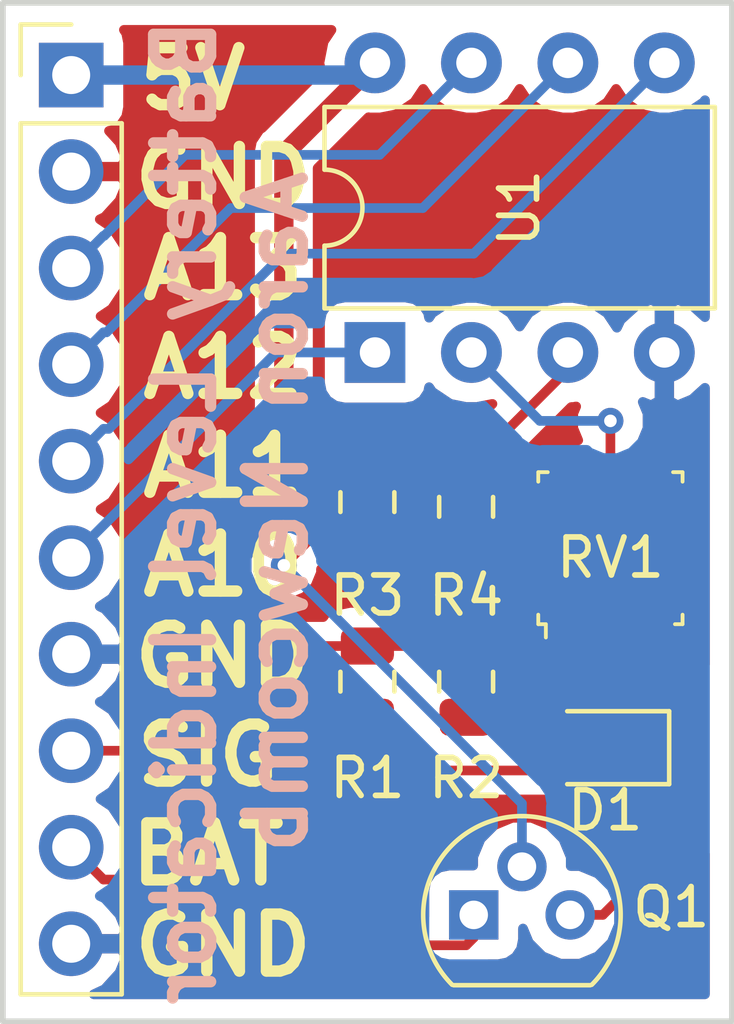
<source format=kicad_pcb>
(kicad_pcb (version 20171130) (host pcbnew "(5.0.2)-1")

  (general
    (thickness 1.6)
    (drawings 15)
    (tracks 54)
    (zones 0)
    (modules 9)
    (nets 14)
  )

  (page A4)
  (layers
    (0 F.Cu signal)
    (31 B.Cu signal)
    (32 B.Adhes user)
    (33 F.Adhes user)
    (34 B.Paste user)
    (35 F.Paste user)
    (36 B.SilkS user)
    (37 F.SilkS user)
    (38 B.Mask user)
    (39 F.Mask user)
    (40 Dwgs.User user)
    (41 Cmts.User user)
    (42 Eco1.User user)
    (43 Eco2.User user)
    (44 Edge.Cuts user)
    (45 Margin user)
    (46 B.CrtYd user)
    (47 F.CrtYd user)
    (48 B.Fab user)
    (49 F.Fab user)
  )

  (setup
    (last_trace_width 0.254)
    (trace_clearance 0.1524)
    (zone_clearance 0.508)
    (zone_45_only no)
    (trace_min 0.2)
    (segment_width 0.2)
    (edge_width 0.15)
    (via_size 0.6858)
    (via_drill 0.3302)
    (via_min_size 0.4)
    (via_min_drill 0.3)
    (uvia_size 0.3)
    (uvia_drill 0.1)
    (uvias_allowed no)
    (uvia_min_size 0.2)
    (uvia_min_drill 0.1)
    (pcb_text_width 0.3)
    (pcb_text_size 1.5 1.5)
    (mod_edge_width 0.15)
    (mod_text_size 1 1)
    (mod_text_width 0.15)
    (pad_size 1.524 1.524)
    (pad_drill 0.762)
    (pad_to_mask_clearance 0.051)
    (solder_mask_min_width 0.25)
    (aux_axis_origin 0 0)
    (visible_elements 7FFDFFFF)
    (pcbplotparams
      (layerselection 0x010fc_ffffffff)
      (usegerberextensions false)
      (usegerberattributes false)
      (usegerberadvancedattributes false)
      (creategerberjobfile false)
      (excludeedgelayer true)
      (linewidth 0.100000)
      (plotframeref false)
      (viasonmask false)
      (mode 1)
      (useauxorigin false)
      (hpglpennumber 1)
      (hpglpenspeed 20)
      (hpglpendiameter 15.000000)
      (psnegative false)
      (psa4output false)
      (plotreference true)
      (plotvalue false)
      (plotinvisibletext false)
      (padsonsilk false)
      (subtractmaskfromsilk false)
      (outputformat 1)
      (mirror false)
      (drillshape 0)
      (scaleselection 1)
      (outputdirectory "GERBERS2/"))
  )

  (net 0 "")
  (net 1 +5V)
  (net 2 GND)
  (net 3 /Ar10)
  (net 4 /Ar11)
  (net 5 /Ar12)
  (net 6 /Ar13)
  (net 7 /Batt+)
  (net 8 /Signal)
  (net 9 "Net-(Q1-Pad2)")
  (net 10 "Net-(Q1-Pad3)")
  (net 11 "Net-(R4-Pad1)")
  (net 12 "Net-(D1-Pad2)")
  (net 13 "Net-(RV1-Pad2)")

  (net_class Default "This is the default net class."
    (clearance 0.1524)
    (trace_width 0.254)
    (via_dia 0.6858)
    (via_drill 0.3302)
    (uvia_dia 0.3)
    (uvia_drill 0.1)
    (add_net /Ar10)
    (add_net /Ar11)
    (add_net /Ar12)
    (add_net /Ar13)
    (add_net /Batt+)
    (add_net /Signal)
    (add_net "Net-(D1-Pad2)")
    (add_net "Net-(Q1-Pad2)")
    (add_net "Net-(Q1-Pad3)")
    (add_net "Net-(R4-Pad1)")
    (add_net "Net-(RV1-Pad2)")
  )

  (net_class POWER ""
    (clearance 0.1524)
    (trace_width 0.508)
    (via_dia 1.3716)
    (via_drill 0.6604)
    (uvia_dia 0.3)
    (uvia_drill 0.1)
    (add_net +5V)
    (add_net GND)
  )

  (module Connector_PinHeader_2.54mm:PinHeader_1x10_P2.54mm_Vertical (layer F.Cu) (tedit 5D195FA9) (tstamp 5D260E1C)
    (at 142 94.5)
    (descr "Through hole straight pin header, 1x10, 2.54mm pitch, single row")
    (tags "Through hole pin header THT 1x10 2.54mm single row")
    (path /5D19AC5A)
    (fp_text reference J1 (at 2.2 11.5) (layer F.SilkS) hide
      (effects (font (size 1 1) (thickness 0.15)))
    )
    (fp_text value Conn_01x10 (at 0 25.19) (layer F.Fab)
      (effects (font (size 1 1) (thickness 0.15)))
    )
    (fp_line (start -0.635 -1.27) (end 1.27 -1.27) (layer F.Fab) (width 0.1))
    (fp_line (start 1.27 -1.27) (end 1.27 24.13) (layer F.Fab) (width 0.1))
    (fp_line (start 1.27 24.13) (end -1.27 24.13) (layer F.Fab) (width 0.1))
    (fp_line (start -1.27 24.13) (end -1.27 -0.635) (layer F.Fab) (width 0.1))
    (fp_line (start -1.27 -0.635) (end -0.635 -1.27) (layer F.Fab) (width 0.1))
    (fp_line (start -1.33 24.19) (end 1.33 24.19) (layer F.SilkS) (width 0.12))
    (fp_line (start -1.33 1.27) (end -1.33 24.19) (layer F.SilkS) (width 0.12))
    (fp_line (start 1.33 1.27) (end 1.33 24.19) (layer F.SilkS) (width 0.12))
    (fp_line (start -1.33 1.27) (end 1.33 1.27) (layer F.SilkS) (width 0.12))
    (fp_line (start -1.33 0) (end -1.33 -1.33) (layer F.SilkS) (width 0.12))
    (fp_line (start -1.33 -1.33) (end 0 -1.33) (layer F.SilkS) (width 0.12))
    (fp_line (start -1.8 -1.8) (end -1.8 24.65) (layer F.CrtYd) (width 0.05))
    (fp_line (start -1.8 24.65) (end 1.8 24.65) (layer F.CrtYd) (width 0.05))
    (fp_line (start 1.8 24.65) (end 1.8 -1.8) (layer F.CrtYd) (width 0.05))
    (fp_line (start 1.8 -1.8) (end -1.8 -1.8) (layer F.CrtYd) (width 0.05))
    (fp_text user %R (at 0 11.43 90) (layer F.Fab)
      (effects (font (size 1 1) (thickness 0.15)))
    )
    (pad 1 thru_hole rect (at 0 0) (size 1.7 1.7) (drill 1) (layers *.Cu *.Mask)
      (net 1 +5V))
    (pad 2 thru_hole oval (at 0 2.54) (size 1.7 1.7) (drill 1) (layers *.Cu *.Mask)
      (net 2 GND))
    (pad 3 thru_hole oval (at 0 5.08) (size 1.7 1.7) (drill 1) (layers *.Cu *.Mask)
      (net 6 /Ar13))
    (pad 4 thru_hole oval (at 0 7.62) (size 1.7 1.7) (drill 1) (layers *.Cu *.Mask)
      (net 5 /Ar12))
    (pad 5 thru_hole oval (at 0 10.16) (size 1.7 1.7) (drill 1) (layers *.Cu *.Mask)
      (net 4 /Ar11))
    (pad 6 thru_hole oval (at 0 12.7) (size 1.7 1.7) (drill 1) (layers *.Cu *.Mask)
      (net 3 /Ar10))
    (pad 7 thru_hole oval (at 0 15.24) (size 1.7 1.7) (drill 1) (layers *.Cu *.Mask)
      (net 2 GND))
    (pad 8 thru_hole oval (at 0 17.78) (size 1.7 1.7) (drill 1) (layers *.Cu *.Mask)
      (net 8 /Signal))
    (pad 9 thru_hole oval (at 0 20.32) (size 1.7 1.7) (drill 1) (layers *.Cu *.Mask)
      (net 7 /Batt+))
    (pad 10 thru_hole oval (at 0 22.86) (size 1.7 1.7) (drill 1) (layers *.Cu *.Mask)
      (net 2 GND))
    (model ${KISYS3DMOD}/Connector_PinHeader_2.54mm.3dshapes/PinHeader_1x10_P2.54mm_Vertical.wrl
      (at (xyz 0 0 0))
      (scale (xyz 1 1 1))
      (rotate (xyz 0 0 0))
    )
  )

  (module Package_TO_SOT_THT:TO-92 (layer F.Cu) (tedit 5A279852) (tstamp 5D261C30)
    (at 152.6 116.6)
    (descr "TO-92 leads molded, narrow, drill 0.75mm (see NXP sot054_po.pdf)")
    (tags "to-92 sc-43 sc-43a sot54 PA33 transistor")
    (path /5C5D72C0)
    (fp_text reference Q1 (at 5.2 -0.2) (layer F.SilkS)
      (effects (font (size 1 1) (thickness 0.15)))
    )
    (fp_text value MMBT2222A (at 1.27 2.79) (layer F.Fab)
      (effects (font (size 1 1) (thickness 0.15)))
    )
    (fp_text user %R (at 5.2 -0.2) (layer F.Fab)
      (effects (font (size 1 1) (thickness 0.15)))
    )
    (fp_line (start -0.53 1.85) (end 3.07 1.85) (layer F.SilkS) (width 0.12))
    (fp_line (start -0.5 1.75) (end 3 1.75) (layer F.Fab) (width 0.1))
    (fp_line (start -1.46 -2.73) (end 4 -2.73) (layer F.CrtYd) (width 0.05))
    (fp_line (start -1.46 -2.73) (end -1.46 2.01) (layer F.CrtYd) (width 0.05))
    (fp_line (start 4 2.01) (end 4 -2.73) (layer F.CrtYd) (width 0.05))
    (fp_line (start 4 2.01) (end -1.46 2.01) (layer F.CrtYd) (width 0.05))
    (fp_arc (start 1.27 0) (end 1.27 -2.48) (angle 135) (layer F.Fab) (width 0.1))
    (fp_arc (start 1.27 0) (end 1.27 -2.6) (angle -135) (layer F.SilkS) (width 0.12))
    (fp_arc (start 1.27 0) (end 1.27 -2.48) (angle -135) (layer F.Fab) (width 0.1))
    (fp_arc (start 1.27 0) (end 1.27 -2.6) (angle 135) (layer F.SilkS) (width 0.12))
    (pad 2 thru_hole circle (at 1.27 -1.27 90) (size 1.3 1.3) (drill 0.75) (layers *.Cu *.Mask)
      (net 9 "Net-(Q1-Pad2)"))
    (pad 3 thru_hole circle (at 2.54 0 90) (size 1.3 1.3) (drill 0.75) (layers *.Cu *.Mask)
      (net 10 "Net-(Q1-Pad3)"))
    (pad 1 thru_hole rect (at 0 0 90) (size 1.3 1.3) (drill 0.75) (layers *.Cu *.Mask)
      (net 7 /Batt+))
    (model ${KISYS3DMOD}/Package_TO_SOT_THT.3dshapes/TO-92.wrl
      (at (xyz 0 0 0))
      (scale (xyz 1 1 1))
      (rotate (xyz 0 0 0))
    )
  )

  (module Package_DIP:DIP-8_W7.62mm (layer F.Cu) (tedit 5A02E8C5) (tstamp 5D260D54)
    (at 150 101.8 90)
    (descr "8-lead though-hole mounted DIP package, row spacing 7.62 mm (300 mils)")
    (tags "THT DIP DIL PDIP 2.54mm 7.62mm 300mil")
    (path /5C5D7788)
    (fp_text reference U1 (at 3.8 3.8 90) (layer F.SilkS)
      (effects (font (size 1 1) (thickness 0.15)))
    )
    (fp_text value ATtiny13A-PU (at 3.81 9.95 90) (layer F.Fab)
      (effects (font (size 1 1) (thickness 0.15)))
    )
    (fp_arc (start 3.81 -1.33) (end 2.81 -1.33) (angle -180) (layer F.SilkS) (width 0.12))
    (fp_line (start 1.635 -1.27) (end 6.985 -1.27) (layer F.Fab) (width 0.1))
    (fp_line (start 6.985 -1.27) (end 6.985 8.89) (layer F.Fab) (width 0.1))
    (fp_line (start 6.985 8.89) (end 0.635 8.89) (layer F.Fab) (width 0.1))
    (fp_line (start 0.635 8.89) (end 0.635 -0.27) (layer F.Fab) (width 0.1))
    (fp_line (start 0.635 -0.27) (end 1.635 -1.27) (layer F.Fab) (width 0.1))
    (fp_line (start 2.81 -1.33) (end 1.16 -1.33) (layer F.SilkS) (width 0.12))
    (fp_line (start 1.16 -1.33) (end 1.16 8.95) (layer F.SilkS) (width 0.12))
    (fp_line (start 1.16 8.95) (end 6.46 8.95) (layer F.SilkS) (width 0.12))
    (fp_line (start 6.46 8.95) (end 6.46 -1.33) (layer F.SilkS) (width 0.12))
    (fp_line (start 6.46 -1.33) (end 4.81 -1.33) (layer F.SilkS) (width 0.12))
    (fp_line (start -1.1 -1.55) (end -1.1 9.15) (layer F.CrtYd) (width 0.05))
    (fp_line (start -1.1 9.15) (end 8.7 9.15) (layer F.CrtYd) (width 0.05))
    (fp_line (start 8.7 9.15) (end 8.7 -1.55) (layer F.CrtYd) (width 0.05))
    (fp_line (start 8.7 -1.55) (end -1.1 -1.55) (layer F.CrtYd) (width 0.05))
    (fp_text user %R (at 3.81 3.81 90) (layer F.Fab)
      (effects (font (size 1 1) (thickness 0.15)))
    )
    (pad 1 thru_hole rect (at 0 0 90) (size 1.6 1.6) (drill 0.8) (layers *.Cu *.Mask)
      (net 3 /Ar10))
    (pad 5 thru_hole oval (at 7.62 7.62 90) (size 1.6 1.6) (drill 0.8) (layers *.Cu *.Mask)
      (net 4 /Ar11))
    (pad 2 thru_hole oval (at 0 2.54 90) (size 1.6 1.6) (drill 0.8) (layers *.Cu *.Mask)
      (net 13 "Net-(RV1-Pad2)"))
    (pad 6 thru_hole oval (at 7.62 5.08 90) (size 1.6 1.6) (drill 0.8) (layers *.Cu *.Mask)
      (net 5 /Ar12))
    (pad 3 thru_hole oval (at 0 5.08 90) (size 1.6 1.6) (drill 0.8) (layers *.Cu *.Mask)
      (net 11 "Net-(R4-Pad1)"))
    (pad 7 thru_hole oval (at 7.62 2.54 90) (size 1.6 1.6) (drill 0.8) (layers *.Cu *.Mask)
      (net 6 /Ar13))
    (pad 4 thru_hole oval (at 0 7.62 90) (size 1.6 1.6) (drill 0.8) (layers *.Cu *.Mask)
      (net 2 GND))
    (pad 8 thru_hole oval (at 7.62 0 90) (size 1.6 1.6) (drill 0.8) (layers *.Cu *.Mask)
      (net 1 +5V))
    (model ${KISYS3DMOD}/Package_DIP.3dshapes/DIP-8_W7.62mm.wrl
      (at (xyz 0 0 0))
      (scale (xyz 1 1 1))
      (rotate (xyz 0 0 0))
    )
  )

  (module Resistor_SMD:R_0805_2012Metric (layer F.Cu) (tedit 5B36C52B) (tstamp 5D5EC95A)
    (at 149.8 110.4625 270)
    (descr "Resistor SMD 0805 (2012 Metric), square (rectangular) end terminal, IPC_7351 nominal, (Body size source: https://docs.google.com/spreadsheets/d/1BsfQQcO9C6DZCsRaXUlFlo91Tg2WpOkGARC1WS5S8t0/edit?usp=sharing), generated with kicad-footprint-generator")
    (tags resistor)
    (path /5D520823)
    (attr smd)
    (fp_text reference R1 (at 2.5375 0) (layer F.SilkS)
      (effects (font (size 1 1) (thickness 0.15)))
    )
    (fp_text value 200 (at 0 1.65 270) (layer F.Fab)
      (effects (font (size 1 1) (thickness 0.15)))
    )
    (fp_line (start -1 0.6) (end -1 -0.6) (layer F.Fab) (width 0.1))
    (fp_line (start -1 -0.6) (end 1 -0.6) (layer F.Fab) (width 0.1))
    (fp_line (start 1 -0.6) (end 1 0.6) (layer F.Fab) (width 0.1))
    (fp_line (start 1 0.6) (end -1 0.6) (layer F.Fab) (width 0.1))
    (fp_line (start -0.258578 -0.71) (end 0.258578 -0.71) (layer F.SilkS) (width 0.12))
    (fp_line (start -0.258578 0.71) (end 0.258578 0.71) (layer F.SilkS) (width 0.12))
    (fp_line (start -1.68 0.95) (end -1.68 -0.95) (layer F.CrtYd) (width 0.05))
    (fp_line (start -1.68 -0.95) (end 1.68 -0.95) (layer F.CrtYd) (width 0.05))
    (fp_line (start 1.68 -0.95) (end 1.68 0.95) (layer F.CrtYd) (width 0.05))
    (fp_line (start 1.68 0.95) (end -1.68 0.95) (layer F.CrtYd) (width 0.05))
    (fp_text user %R (at 0 0 270) (layer F.Fab)
      (effects (font (size 0.5 0.5) (thickness 0.08)))
    )
    (pad 1 smd roundrect (at -0.9375 0 270) (size 0.975 1.4) (layers F.Cu F.Paste F.Mask) (roundrect_rratio 0.25)
      (net 8 /Signal))
    (pad 2 smd roundrect (at 0.9375 0 270) (size 0.975 1.4) (layers F.Cu F.Paste F.Mask) (roundrect_rratio 0.25)
      (net 12 "Net-(D1-Pad2)"))
    (model ${KISYS3DMOD}/Resistor_SMD.3dshapes/R_0805_2012Metric.wrl
      (at (xyz 0 0 0))
      (scale (xyz 1 1 1))
      (rotate (xyz 0 0 0))
    )
  )

  (module Resistor_SMD:R_0805_2012Metric (layer F.Cu) (tedit 5B36C52B) (tstamp 5D5EC96B)
    (at 152.4 110.4625 270)
    (descr "Resistor SMD 0805 (2012 Metric), square (rectangular) end terminal, IPC_7351 nominal, (Body size source: https://docs.google.com/spreadsheets/d/1BsfQQcO9C6DZCsRaXUlFlo91Tg2WpOkGARC1WS5S8t0/edit?usp=sharing), generated with kicad-footprint-generator")
    (tags resistor)
    (path /5C5D96B2)
    (attr smd)
    (fp_text reference R2 (at 2.5375 0) (layer F.SilkS)
      (effects (font (size 1 1) (thickness 0.15)))
    )
    (fp_text value 3.9K (at 0 1.65 270) (layer F.Fab)
      (effects (font (size 1 1) (thickness 0.15)))
    )
    (fp_text user %R (at 0 0 270) (layer F.Fab)
      (effects (font (size 0.5 0.5) (thickness 0.08)))
    )
    (fp_line (start 1.68 0.95) (end -1.68 0.95) (layer F.CrtYd) (width 0.05))
    (fp_line (start 1.68 -0.95) (end 1.68 0.95) (layer F.CrtYd) (width 0.05))
    (fp_line (start -1.68 -0.95) (end 1.68 -0.95) (layer F.CrtYd) (width 0.05))
    (fp_line (start -1.68 0.95) (end -1.68 -0.95) (layer F.CrtYd) (width 0.05))
    (fp_line (start -0.258578 0.71) (end 0.258578 0.71) (layer F.SilkS) (width 0.12))
    (fp_line (start -0.258578 -0.71) (end 0.258578 -0.71) (layer F.SilkS) (width 0.12))
    (fp_line (start 1 0.6) (end -1 0.6) (layer F.Fab) (width 0.1))
    (fp_line (start 1 -0.6) (end 1 0.6) (layer F.Fab) (width 0.1))
    (fp_line (start -1 -0.6) (end 1 -0.6) (layer F.Fab) (width 0.1))
    (fp_line (start -1 0.6) (end -1 -0.6) (layer F.Fab) (width 0.1))
    (pad 2 smd roundrect (at 0.9375 0 270) (size 0.975 1.4) (layers F.Cu F.Paste F.Mask) (roundrect_rratio 0.25)
      (net 2 GND))
    (pad 1 smd roundrect (at -0.9375 0 270) (size 0.975 1.4) (layers F.Cu F.Paste F.Mask) (roundrect_rratio 0.25)
      (net 8 /Signal))
    (model ${KISYS3DMOD}/Resistor_SMD.3dshapes/R_0805_2012Metric.wrl
      (at (xyz 0 0 0))
      (scale (xyz 1 1 1))
      (rotate (xyz 0 0 0))
    )
  )

  (module Resistor_SMD:R_0805_2012Metric (layer F.Cu) (tedit 5B36C52B) (tstamp 5D5ECDDB)
    (at 149.8 105.7375 90)
    (descr "Resistor SMD 0805 (2012 Metric), square (rectangular) end terminal, IPC_7351 nominal, (Body size source: https://docs.google.com/spreadsheets/d/1BsfQQcO9C6DZCsRaXUlFlo91Tg2WpOkGARC1WS5S8t0/edit?usp=sharing), generated with kicad-footprint-generator")
    (tags resistor)
    (path /5C5D823F)
    (attr smd)
    (fp_text reference R3 (at -2.4625 0 180) (layer F.SilkS)
      (effects (font (size 1 1) (thickness 0.15)))
    )
    (fp_text value 1K (at 0 1.65 90) (layer F.Fab)
      (effects (font (size 1 1) (thickness 0.15)))
    )
    (fp_text user %R (at 0 0 90) (layer F.Fab)
      (effects (font (size 0.5 0.5) (thickness 0.08)))
    )
    (fp_line (start 1.68 0.95) (end -1.68 0.95) (layer F.CrtYd) (width 0.05))
    (fp_line (start 1.68 -0.95) (end 1.68 0.95) (layer F.CrtYd) (width 0.05))
    (fp_line (start -1.68 -0.95) (end 1.68 -0.95) (layer F.CrtYd) (width 0.05))
    (fp_line (start -1.68 0.95) (end -1.68 -0.95) (layer F.CrtYd) (width 0.05))
    (fp_line (start -0.258578 0.71) (end 0.258578 0.71) (layer F.SilkS) (width 0.12))
    (fp_line (start -0.258578 -0.71) (end 0.258578 -0.71) (layer F.SilkS) (width 0.12))
    (fp_line (start 1 0.6) (end -1 0.6) (layer F.Fab) (width 0.1))
    (fp_line (start 1 -0.6) (end 1 0.6) (layer F.Fab) (width 0.1))
    (fp_line (start -1 -0.6) (end 1 -0.6) (layer F.Fab) (width 0.1))
    (fp_line (start -1 0.6) (end -1 -0.6) (layer F.Fab) (width 0.1))
    (pad 2 smd roundrect (at 0.9375 0 90) (size 0.975 1.4) (layers F.Cu F.Paste F.Mask) (roundrect_rratio 0.25)
      (net 1 +5V))
    (pad 1 smd roundrect (at -0.9375 0 90) (size 0.975 1.4) (layers F.Cu F.Paste F.Mask) (roundrect_rratio 0.25)
      (net 9 "Net-(Q1-Pad2)"))
    (model ${KISYS3DMOD}/Resistor_SMD.3dshapes/R_0805_2012Metric.wrl
      (at (xyz 0 0 0))
      (scale (xyz 1 1 1))
      (rotate (xyz 0 0 0))
    )
  )

  (module digikey-footprints:Trimpot_3.8mmx3.6mm_TC33X-2-103E (layer F.Cu) (tedit 59A9804A) (tstamp 5D5EC9A6)
    (at 156.2 106.95)
    (descr http://www.bourns.com/docs/Product-Datasheets/TC33.pdf)
    (path /5D5221AC)
    (fp_text reference RV1 (at 0 0.25) (layer F.SilkS)
      (effects (font (size 1 1) (thickness 0.15)))
    )
    (fp_text value R_POT (at 0 3.65) (layer F.Fab)
      (effects (font (size 1 1) (thickness 0.15)))
    )
    (fp_line (start -1.8 1.9) (end 1.8 1.9) (layer F.Fab) (width 0.1))
    (fp_line (start -1.8 -1.9) (end 1.8 -1.9) (layer F.Fab) (width 0.1))
    (fp_line (start -1.8 -1.9) (end -1.8 1.9) (layer F.Fab) (width 0.1))
    (fp_line (start 1.8 1.9) (end 1.8 -1.9) (layer F.Fab) (width 0.1))
    (fp_line (start -1.7 2) (end -1.7 2.35) (layer F.SilkS) (width 0.1))
    (fp_line (start -1.9 2) (end -1.7 2) (layer F.SilkS) (width 0.1))
    (fp_line (start -1.9 1.75) (end -1.9 2) (layer F.SilkS) (width 0.1))
    (fp_line (start 1.9 2) (end 1.9 1.75) (layer F.SilkS) (width 0.1))
    (fp_line (start 1.9 2) (end 1.7 2) (layer F.SilkS) (width 0.1))
    (fp_line (start 1.9 -2) (end 1.65 -2) (layer F.SilkS) (width 0.1))
    (fp_line (start 1.9 -2) (end 1.9 -1.75) (layer F.SilkS) (width 0.1))
    (fp_line (start -1.9 -2) (end -1.65 -2) (layer F.SilkS) (width 0.1))
    (fp_line (start -1.9 -2) (end -1.9 -1.75) (layer F.SilkS) (width 0.1))
    (fp_text user %R (at 0 0) (layer F.Fab)
      (effects (font (size 0.5 0.5) (thickness 0.05)))
    )
    (fp_line (start 2.05 -2.45) (end -2.05 -2.45) (layer F.CrtYd) (width 0.05))
    (fp_line (start 2.05 2.65) (end -2.05 2.65) (layer F.CrtYd) (width 0.05))
    (fp_line (start 2.05 2.65) (end 2.05 -2.45) (layer F.CrtYd) (width 0.05))
    (fp_line (start -2.05 -2.45) (end -2.05 2.65) (layer F.CrtYd) (width 0.05))
    (pad 3 smd rect (at 1 1.8) (size 1.2 1.2) (layers F.Cu F.Paste F.Mask)
      (net 10 "Net-(Q1-Pad3)"))
    (pad 1 smd rect (at -1 1.8) (size 1.2 1.2) (layers F.Cu F.Paste F.Mask)
      (net 2 GND))
    (pad 2 smd rect (at 0 -1.45) (size 1.6 1.5) (layers F.Cu F.Paste F.Mask)
      (net 13 "Net-(RV1-Pad2)"))
  )

  (module Resistor_SMD:R_0805_2012Metric (layer F.Cu) (tedit 5B36C52B) (tstamp 5D5EC98D)
    (at 152.4 105.8625 270)
    (descr "Resistor SMD 0805 (2012 Metric), square (rectangular) end terminal, IPC_7351 nominal, (Body size source: https://docs.google.com/spreadsheets/d/1BsfQQcO9C6DZCsRaXUlFlo91Tg2WpOkGARC1WS5S8t0/edit?usp=sharing), generated with kicad-footprint-generator")
    (tags resistor)
    (path /5C5D926A)
    (attr smd)
    (fp_text reference R4 (at 2.3375 0) (layer F.SilkS)
      (effects (font (size 1 1) (thickness 0.15)))
    )
    (fp_text value 2.2K (at 0 1.65 270) (layer F.Fab)
      (effects (font (size 1 1) (thickness 0.15)))
    )
    (fp_line (start -1 0.6) (end -1 -0.6) (layer F.Fab) (width 0.1))
    (fp_line (start -1 -0.6) (end 1 -0.6) (layer F.Fab) (width 0.1))
    (fp_line (start 1 -0.6) (end 1 0.6) (layer F.Fab) (width 0.1))
    (fp_line (start 1 0.6) (end -1 0.6) (layer F.Fab) (width 0.1))
    (fp_line (start -0.258578 -0.71) (end 0.258578 -0.71) (layer F.SilkS) (width 0.12))
    (fp_line (start -0.258578 0.71) (end 0.258578 0.71) (layer F.SilkS) (width 0.12))
    (fp_line (start -1.68 0.95) (end -1.68 -0.95) (layer F.CrtYd) (width 0.05))
    (fp_line (start -1.68 -0.95) (end 1.68 -0.95) (layer F.CrtYd) (width 0.05))
    (fp_line (start 1.68 -0.95) (end 1.68 0.95) (layer F.CrtYd) (width 0.05))
    (fp_line (start 1.68 0.95) (end -1.68 0.95) (layer F.CrtYd) (width 0.05))
    (fp_text user %R (at 0 0 270) (layer F.Fab)
      (effects (font (size 0.5 0.5) (thickness 0.08)))
    )
    (pad 1 smd roundrect (at -0.9375 0 270) (size 0.975 1.4) (layers F.Cu F.Paste F.Mask) (roundrect_rratio 0.25)
      (net 11 "Net-(R4-Pad1)"))
    (pad 2 smd roundrect (at 0.9375 0 270) (size 0.975 1.4) (layers F.Cu F.Paste F.Mask) (roundrect_rratio 0.25)
      (net 8 /Signal))
    (model ${KISYS3DMOD}/Resistor_SMD.3dshapes/R_0805_2012Metric.wrl
      (at (xyz 0 0 0))
      (scale (xyz 1 1 1))
      (rotate (xyz 0 0 0))
    )
  )

  (module LED_SMD:LED_0805_2012Metric (layer F.Cu) (tedit 5B36C52C) (tstamp 5D5EC949)
    (at 156.0625 112.2 180)
    (descr "LED SMD 0805 (2012 Metric), square (rectangular) end terminal, IPC_7351 nominal, (Body size source: https://docs.google.com/spreadsheets/d/1BsfQQcO9C6DZCsRaXUlFlo91Tg2WpOkGARC1WS5S8t0/edit?usp=sharing), generated with kicad-footprint-generator")
    (tags diode)
    (path /5D52079E)
    (attr smd)
    (fp_text reference D1 (at 0 -1.65 180) (layer F.SilkS)
      (effects (font (size 1 1) (thickness 0.15)))
    )
    (fp_text value LED (at 0 1.65 180) (layer F.Fab)
      (effects (font (size 1 1) (thickness 0.15)))
    )
    (fp_text user %R (at 0 0 180) (layer F.Fab)
      (effects (font (size 0.5 0.5) (thickness 0.08)))
    )
    (fp_line (start 1.68 0.95) (end -1.68 0.95) (layer F.CrtYd) (width 0.05))
    (fp_line (start 1.68 -0.95) (end 1.68 0.95) (layer F.CrtYd) (width 0.05))
    (fp_line (start -1.68 -0.95) (end 1.68 -0.95) (layer F.CrtYd) (width 0.05))
    (fp_line (start -1.68 0.95) (end -1.68 -0.95) (layer F.CrtYd) (width 0.05))
    (fp_line (start -1.685 0.96) (end 1 0.96) (layer F.SilkS) (width 0.12))
    (fp_line (start -1.685 -0.96) (end -1.685 0.96) (layer F.SilkS) (width 0.12))
    (fp_line (start 1 -0.96) (end -1.685 -0.96) (layer F.SilkS) (width 0.12))
    (fp_line (start 1 0.6) (end 1 -0.6) (layer F.Fab) (width 0.1))
    (fp_line (start -1 0.6) (end 1 0.6) (layer F.Fab) (width 0.1))
    (fp_line (start -1 -0.3) (end -1 0.6) (layer F.Fab) (width 0.1))
    (fp_line (start -0.7 -0.6) (end -1 -0.3) (layer F.Fab) (width 0.1))
    (fp_line (start 1 -0.6) (end -0.7 -0.6) (layer F.Fab) (width 0.1))
    (pad 2 smd roundrect (at 0.9375 0 180) (size 0.975 1.4) (layers F.Cu F.Paste F.Mask) (roundrect_rratio 0.25)
      (net 12 "Net-(D1-Pad2)"))
    (pad 1 smd roundrect (at -0.9375 0 180) (size 0.975 1.4) (layers F.Cu F.Paste F.Mask) (roundrect_rratio 0.25)
      (net 2 GND))
    (model ${KISYS3DMOD}/LED_SMD.3dshapes/LED_0805_2012Metric.wrl
      (at (xyz 0 0 0))
      (scale (xyz 1 1 1))
      (rotate (xyz 0 0 0))
    )
  )

  (gr_text GND (at 146 117.4) (layer F.SilkS) (tstamp 5D261630)
    (effects (font (size 1.5 1.5) (thickness 0.3)))
  )
  (gr_text BAT (at 145.6 115) (layer F.SilkS) (tstamp 5D26166C)
    (effects (font (size 1.5 1.5) (thickness 0.3)))
  )
  (gr_text GND (at 146 109.8) (layer F.SilkS) (tstamp 5D26162D)
    (effects (font (size 1.5 1.5) (thickness 0.3)))
  )
  (gr_text A10 (at 146 107.4) (layer F.SilkS) (tstamp 5D2615C4)
    (effects (font (size 1.5 1.5) (thickness 0.3)))
  )
  (gr_text 5V (at 145.2 94.6) (layer F.SilkS)
    (effects (font (size 1.5 1.5) (thickness 0.3)))
  )
  (gr_text GND (at 146 97.2) (layer F.SilkS) (tstamp 5D2615BE)
    (effects (font (size 1.5 1.5) (thickness 0.3)))
  )
  (gr_text "Battery Level Indicator\nAaron Newcomb" (at 146.2 106 90) (layer B.SilkS)
    (effects (font (size 1.5 1.5) (thickness 0.3)) (justify mirror))
  )
  (gr_text SIG (at 145.6 112.4) (layer F.SilkS) (tstamp 5D26162F)
    (effects (font (size 1.5 1.5) (thickness 0.3)))
  )
  (gr_text A11 (at 146 104.8) (layer F.SilkS) (tstamp 5D26162A)
    (effects (font (size 1.5 1.5) (thickness 0.3)))
  )
  (gr_text A12 (at 146 102.2) (layer F.SilkS) (tstamp 5D26162B)
    (effects (font (size 1.5 1.5) (thickness 0.3)))
  )
  (gr_text A13 (at 146 99.6) (layer F.SilkS) (tstamp 5D26162C)
    (effects (font (size 1.5 1.5) (thickness 0.3)))
  )
  (gr_line (start 159.4 92.6) (end 159.4 119.4) (layer Edge.Cuts) (width 0.15))
  (gr_line (start 140.2 92.6) (end 159.4 92.6) (layer Edge.Cuts) (width 0.15))
  (gr_line (start 159.4 119.4) (end 140.2 119.4) (layer Edge.Cuts) (width 0.15))
  (gr_line (start 140.2 119.4) (end 140.2 92.6) (layer Edge.Cuts) (width 0.15))

  (segment (start 149.8 104.8) (end 148.4 104.8) (width 0.508) (layer F.Cu) (net 1))
  (segment (start 148.4 104.8) (end 147.6 104) (width 0.508) (layer F.Cu) (net 1))
  (segment (start 147.6 96.58) (end 150 94.18) (width 0.508) (layer F.Cu) (net 1))
  (segment (start 147.6 104) (end 147.6 96.58) (width 0.508) (layer F.Cu) (net 1))
  (segment (start 149.68 94.5) (end 150 94.18) (width 0.508) (layer B.Cu) (net 1))
  (segment (start 142 94.5) (end 149.68 94.5) (width 0.508) (layer B.Cu) (net 1))
  (segment (start 147.4 101.8) (end 150 101.8) (width 0.254) (layer B.Cu) (net 3))
  (segment (start 142 107.2) (end 147.4 101.8) (width 0.254) (layer B.Cu) (net 3))
  (segment (start 152.6 99.2) (end 157.62 94.18) (width 0.254) (layer B.Cu) (net 4))
  (segment (start 147.6 99.2) (end 152.6 99.2) (width 0.254) (layer B.Cu) (net 4))
  (segment (start 142.989999 103.810001) (end 147.6 99.2) (width 0.254) (layer B.Cu) (net 4))
  (segment (start 142 104.66) (end 142.849999 103.810001) (width 0.254) (layer B.Cu) (net 4))
  (segment (start 142.849999 103.810001) (end 142.989999 103.810001) (width 0.254) (layer B.Cu) (net 4))
  (segment (start 142.849999 101.270001) (end 142.929999 101.270001) (width 0.254) (layer B.Cu) (net 5))
  (segment (start 142 102.12) (end 142.849999 101.270001) (width 0.254) (layer B.Cu) (net 5))
  (segment (start 142.929999 101.270001) (end 146.2 98) (width 0.254) (layer B.Cu) (net 5))
  (segment (start 151.26 98) (end 155.08 94.18) (width 0.254) (layer B.Cu) (net 5))
  (segment (start 146.2 98) (end 151.26 98) (width 0.254) (layer B.Cu) (net 5))
  (segment (start 142.849999 98.730001) (end 142.869999 98.730001) (width 0.254) (layer B.Cu) (net 6))
  (segment (start 142 99.58) (end 142.849999 98.730001) (width 0.254) (layer B.Cu) (net 6))
  (segment (start 142.869999 98.730001) (end 145 96.6) (width 0.254) (layer B.Cu) (net 6))
  (segment (start 150.12 96.6) (end 152.54 94.18) (width 0.254) (layer B.Cu) (net 6))
  (segment (start 145 96.6) (end 150.12 96.6) (width 0.254) (layer B.Cu) (net 6))
  (segment (start 152.6 117.2) (end 152.6 116.6) (width 0.254) (layer F.Cu) (net 7))
  (segment (start 152.4 117.4) (end 152.6 117.2) (width 0.254) (layer F.Cu) (net 7))
  (segment (start 147.2 117.4) (end 152.4 117.4) (width 0.254) (layer F.Cu) (net 7))
  (segment (start 145.469999 115.669999) (end 147.2 117.4) (width 0.254) (layer F.Cu) (net 7))
  (segment (start 142 114.82) (end 142.849999 115.669999) (width 0.254) (layer F.Cu) (net 7))
  (segment (start 142.849999 115.669999) (end 145.469999 115.669999) (width 0.254) (layer F.Cu) (net 7))
  (segment (start 149.8 109.525) (end 147.675 109.525) (width 0.254) (layer F.Cu) (net 8))
  (segment (start 144.92 112.28) (end 142 112.28) (width 0.254) (layer F.Cu) (net 8))
  (segment (start 147.675 109.525) (end 144.92 112.28) (width 0.254) (layer F.Cu) (net 8))
  (segment (start 152.4 106.8) (end 152.4 109.525) (width 0.254) (layer F.Cu) (net 8))
  (segment (start 149.8 109.525) (end 152.4 109.525) (width 0.254) (layer F.Cu) (net 8))
  (via (at 147.6 107.4) (size 0.6858) (drill 0.3302) (layers F.Cu B.Cu) (net 9))
  (segment (start 149.8 106.675) (end 148.325 106.675) (width 0.254) (layer F.Cu) (net 9))
  (segment (start 148.325 106.675) (end 147.6 107.4) (width 0.254) (layer F.Cu) (net 9))
  (segment (start 153.87 113.67) (end 153.87 115.33) (width 0.254) (layer B.Cu) (net 9))
  (segment (start 147.6 107.4) (end 153.87 113.67) (width 0.254) (layer B.Cu) (net 9))
  (segment (start 157.2 109.604) (end 157.2 108.75) (width 0.254) (layer F.Cu) (net 10))
  (segment (start 158.34 110.744) (end 157.2 109.604) (width 0.254) (layer F.Cu) (net 10))
  (segment (start 158.34 114.26) (end 158.34 110.744) (width 0.254) (layer F.Cu) (net 10))
  (segment (start 155.14 116.6) (end 156 116.6) (width 0.254) (layer F.Cu) (net 10))
  (segment (start 156 116.6) (end 158.34 114.26) (width 0.254) (layer F.Cu) (net 10))
  (segment (start 155.08 102.245) (end 155.08 101.8) (width 0.254) (layer F.Cu) (net 11))
  (segment (start 152.4 104.925) (end 155.08 102.245) (width 0.254) (layer F.Cu) (net 11))
  (segment (start 154.525 112.8) (end 155.125 112.2) (width 0.254) (layer F.Cu) (net 12))
  (segment (start 150.6125 112.8) (end 154.525 112.8) (width 0.254) (layer F.Cu) (net 12))
  (segment (start 149.8 111.4) (end 149.8 111.9875) (width 0.254) (layer F.Cu) (net 12))
  (segment (start 149.8 111.9875) (end 150.6125 112.8) (width 0.254) (layer F.Cu) (net 12))
  (via (at 156.2 103.6) (size 0.6858) (drill 0.3302) (layers F.Cu B.Cu) (net 13))
  (segment (start 156.2 105.5) (end 156.2 103.6) (width 0.254) (layer F.Cu) (net 13))
  (segment (start 154.34 103.6) (end 152.54 101.8) (width 0.254) (layer B.Cu) (net 13))
  (segment (start 156.2 103.6) (end 154.34 103.6) (width 0.254) (layer B.Cu) (net 13))

  (zone (net 2) (net_name GND) (layer F.Cu) (tstamp 5D5ED83A) (hatch edge 0.508)
    (connect_pads (clearance 0.508))
    (min_thickness 0.254)
    (fill yes (arc_segments 16) (thermal_gap 0.508) (thermal_bridge_width 0.508))
    (polygon
      (pts
        (xy 140.2 92.6) (xy 159.4 92.6) (xy 159.4 119.4) (xy 140.2 119.4)
      )
    )
    (filled_polygon
      (pts
        (xy 158.690001 118.69) (xy 142.594285 118.69) (xy 142.881358 118.555183) (xy 143.271645 118.126924) (xy 143.441476 117.71689)
        (xy 143.320155 117.487) (xy 142.127 117.487) (xy 142.127 117.507) (xy 141.873 117.507) (xy 141.873 117.487)
        (xy 141.853 117.487) (xy 141.853 117.233) (xy 141.873 117.233) (xy 141.873 117.213) (xy 142.127 117.213)
        (xy 142.127 117.233) (xy 143.320155 117.233) (xy 143.441476 117.00311) (xy 143.271645 116.593076) (xy 143.12485 116.431999)
        (xy 145.154369 116.431999) (xy 146.608118 117.885749) (xy 146.650629 117.949371) (xy 146.902683 118.117788) (xy 147.124952 118.162)
        (xy 147.124953 118.162) (xy 147.2 118.176928) (xy 147.275047 118.162) (xy 152.324957 118.162) (xy 152.4 118.176927)
        (xy 152.475043 118.162) (xy 152.475048 118.162) (xy 152.697317 118.117788) (xy 152.949371 117.949371) (xy 152.98407 117.89744)
        (xy 153.25 117.89744) (xy 153.497765 117.848157) (xy 153.707809 117.707809) (xy 153.848157 117.497765) (xy 153.89744 117.25)
        (xy 153.89744 116.958062) (xy 154.050629 117.327894) (xy 154.412106 117.689371) (xy 154.884398 117.885) (xy 155.395602 117.885)
        (xy 155.867894 117.689371) (xy 156.225115 117.33215) (xy 156.297317 117.317788) (xy 156.549371 117.149371) (xy 156.591883 117.085747)
        (xy 158.690001 114.98763)
      )
    )
    (filled_polygon
      (pts
        (xy 156.585423 95.214577) (xy 157.060091 95.53174) (xy 157.478667 95.615) (xy 157.761333 95.615) (xy 158.179909 95.53174)
        (xy 158.654577 95.214577) (xy 158.69 95.161563) (xy 158.69 100.870232) (xy 158.357423 100.568959) (xy 157.969039 100.408096)
        (xy 157.747 100.530085) (xy 157.747 101.673) (xy 157.767 101.673) (xy 157.767 101.927) (xy 157.747 101.927)
        (xy 157.747 103.069915) (xy 157.969039 103.191904) (xy 158.357423 103.031041) (xy 158.69 102.729768) (xy 158.690001 110.016371)
        (xy 158.347383 109.673753) (xy 158.398157 109.597765) (xy 158.44744 109.35) (xy 158.44744 108.15) (xy 158.398157 107.902235)
        (xy 158.257809 107.692191) (xy 158.047765 107.551843) (xy 157.8 107.50256) (xy 156.6 107.50256) (xy 156.352235 107.551843)
        (xy 156.200953 107.652927) (xy 156.159698 107.611673) (xy 155.926309 107.515) (xy 155.48575 107.515) (xy 155.327 107.67375)
        (xy 155.327 108.623) (xy 155.347 108.623) (xy 155.347 108.877) (xy 155.327 108.877) (xy 155.327 109.82625)
        (xy 155.48575 109.985) (xy 155.926309 109.985) (xy 156.159698 109.888327) (xy 156.200953 109.847073) (xy 156.352235 109.948157)
        (xy 156.53823 109.985153) (xy 156.650629 110.153371) (xy 156.714254 110.195884) (xy 157.38337 110.865) (xy 157.28575 110.865)
        (xy 157.127 111.02375) (xy 157.127 112.073) (xy 157.147 112.073) (xy 157.147 112.327) (xy 157.127 112.327)
        (xy 157.127 113.37625) (xy 157.28575 113.535) (xy 157.578 113.535) (xy 157.578 113.944369) (xy 155.939817 115.582552)
        (xy 155.867894 115.510629) (xy 155.395602 115.315) (xy 155.155 115.315) (xy 155.155 115.074398) (xy 154.959371 114.602106)
        (xy 154.597894 114.240629) (xy 154.125602 114.045) (xy 153.614398 114.045) (xy 153.142106 114.240629) (xy 152.780629 114.602106)
        (xy 152.585 115.074398) (xy 152.585 115.30256) (xy 151.95 115.30256) (xy 151.702235 115.351843) (xy 151.492191 115.492191)
        (xy 151.351843 115.702235) (xy 151.30256 115.95) (xy 151.30256 116.638) (xy 147.515631 116.638) (xy 146.061882 115.184252)
        (xy 146.01937 115.120628) (xy 145.767316 114.952211) (xy 145.545047 114.907999) (xy 145.545042 114.907999) (xy 145.469999 114.893072)
        (xy 145.394956 114.907999) (xy 143.496588 114.907999) (xy 143.514092 114.82) (xy 143.398839 114.240582) (xy 143.070625 113.749375)
        (xy 142.772239 113.55) (xy 143.070625 113.350625) (xy 143.276842 113.042) (xy 144.844957 113.042) (xy 144.92 113.056927)
        (xy 144.995043 113.042) (xy 144.995048 113.042) (xy 145.217317 112.997788) (xy 145.469371 112.829371) (xy 145.511883 112.765747)
        (xy 147.990631 110.287) (xy 148.638804 110.287) (xy 148.713584 110.398916) (xy 148.808744 110.4625) (xy 148.713584 110.526084)
        (xy 148.520398 110.815206) (xy 148.45256 111.15625) (xy 148.45256 111.64375) (xy 148.520398 111.984794) (xy 148.713584 112.273916)
        (xy 149.002706 112.467102) (xy 149.234868 112.513282) (xy 149.25063 112.536871) (xy 149.314251 112.579381) (xy 150.020618 113.285749)
        (xy 150.063129 113.349371) (xy 150.315183 113.517788) (xy 150.537452 113.562) (xy 150.537453 113.562) (xy 150.6125 113.576928)
        (xy 150.687547 113.562) (xy 154.449957 113.562) (xy 154.525 113.576927) (xy 154.600043 113.562) (xy 154.600048 113.562)
        (xy 154.777248 113.526753) (xy 154.88125 113.54744) (xy 155.36875 113.54744) (xy 155.709794 113.479602) (xy 155.998916 113.286416)
        (xy 155.999707 113.285233) (xy 156.152802 113.438327) (xy 156.386191 113.535) (xy 156.71425 113.535) (xy 156.873 113.37625)
        (xy 156.873 112.327) (xy 156.853 112.327) (xy 156.853 112.073) (xy 156.873 112.073) (xy 156.873 111.02375)
        (xy 156.71425 110.865) (xy 156.386191 110.865) (xy 156.152802 110.961673) (xy 155.999707 111.114767) (xy 155.998916 111.113584)
        (xy 155.709794 110.920398) (xy 155.36875 110.85256) (xy 154.88125 110.85256) (xy 154.540206 110.920398) (xy 154.251084 111.113584)
        (xy 154.057898 111.402706) (xy 153.99006 111.74375) (xy 153.99006 112.038) (xy 153.72498 112.038) (xy 153.735 112.013809)
        (xy 153.735 111.68575) (xy 153.57625 111.527) (xy 152.527 111.527) (xy 152.527 111.547) (xy 152.273 111.547)
        (xy 152.273 111.527) (xy 152.253 111.527) (xy 152.253 111.273) (xy 152.273 111.273) (xy 152.273 111.253)
        (xy 152.527 111.253) (xy 152.527 111.273) (xy 153.57625 111.273) (xy 153.735 111.11425) (xy 153.735 110.786191)
        (xy 153.638327 110.552802) (xy 153.485233 110.399707) (xy 153.486416 110.398916) (xy 153.679602 110.109794) (xy 153.74744 109.76875)
        (xy 153.74744 109.28125) (xy 153.698607 109.03575) (xy 153.965 109.03575) (xy 153.965 109.47631) (xy 154.061673 109.709699)
        (xy 154.240302 109.888327) (xy 154.473691 109.985) (xy 154.91425 109.985) (xy 155.073 109.82625) (xy 155.073 108.877)
        (xy 154.12375 108.877) (xy 153.965 109.03575) (xy 153.698607 109.03575) (xy 153.679602 108.940206) (xy 153.486416 108.651084)
        (xy 153.197294 108.457898) (xy 153.162 108.450878) (xy 153.162 108.02369) (xy 153.965 108.02369) (xy 153.965 108.46425)
        (xy 154.12375 108.623) (xy 155.073 108.623) (xy 155.073 107.67375) (xy 154.91425 107.515) (xy 154.473691 107.515)
        (xy 154.240302 107.611673) (xy 154.061673 107.790301) (xy 153.965 108.02369) (xy 153.162 108.02369) (xy 153.162 107.874122)
        (xy 153.197294 107.867102) (xy 153.486416 107.673916) (xy 153.679602 107.384794) (xy 153.74744 107.04375) (xy 153.74744 106.55625)
        (xy 153.679602 106.215206) (xy 153.486416 105.926084) (xy 153.391256 105.8625) (xy 153.486416 105.798916) (xy 153.679602 105.509794)
        (xy 153.74744 105.16875) (xy 153.74744 104.68125) (xy 153.743116 104.659514) (xy 155.167631 103.235) (xy 155.221333 103.235)
        (xy 155.299127 103.219526) (xy 155.2221 103.405484) (xy 155.2221 103.794516) (xy 155.353525 104.111804) (xy 155.152235 104.151843)
        (xy 154.942191 104.292191) (xy 154.801843 104.502235) (xy 154.75256 104.75) (xy 154.75256 106.25) (xy 154.801843 106.497765)
        (xy 154.942191 106.707809) (xy 155.152235 106.848157) (xy 155.4 106.89744) (xy 157 106.89744) (xy 157.247765 106.848157)
        (xy 157.457809 106.707809) (xy 157.598157 106.497765) (xy 157.64744 106.25) (xy 157.64744 104.75) (xy 157.598157 104.502235)
        (xy 157.457809 104.292191) (xy 157.247765 104.151843) (xy 157.046475 104.111804) (xy 157.1779 103.794516) (xy 157.1779 103.405484)
        (xy 157.051839 103.101147) (xy 157.270961 103.191904) (xy 157.493 103.069915) (xy 157.493 101.927) (xy 157.473 101.927)
        (xy 157.473 101.673) (xy 157.493 101.673) (xy 157.493 100.530085) (xy 157.270961 100.408096) (xy 156.882577 100.568959)
        (xy 156.467611 100.944866) (xy 156.370947 101.149108) (xy 156.114577 100.765423) (xy 155.639909 100.44826) (xy 155.221333 100.365)
        (xy 154.938667 100.365) (xy 154.520091 100.44826) (xy 154.045423 100.765423) (xy 153.81 101.117758) (xy 153.574577 100.765423)
        (xy 153.099909 100.44826) (xy 152.681333 100.365) (xy 152.398667 100.365) (xy 151.980091 100.44826) (xy 151.505423 100.765423)
        (xy 151.424785 100.886106) (xy 151.398157 100.752235) (xy 151.257809 100.542191) (xy 151.047765 100.401843) (xy 150.8 100.35256)
        (xy 149.2 100.35256) (xy 148.952235 100.401843) (xy 148.742191 100.542191) (xy 148.601843 100.752235) (xy 148.55256 101)
        (xy 148.55256 102.6) (xy 148.601843 102.847765) (xy 148.742191 103.057809) (xy 148.952235 103.198157) (xy 149.2 103.24744)
        (xy 150.8 103.24744) (xy 151.047765 103.198157) (xy 151.257809 103.057809) (xy 151.398157 102.847765) (xy 151.424785 102.713894)
        (xy 151.505423 102.834577) (xy 151.980091 103.15174) (xy 152.398667 103.235) (xy 152.681333 103.235) (xy 153.094567 103.152803)
        (xy 152.45731 103.79006) (xy 151.94375 103.79006) (xy 151.602706 103.857898) (xy 151.313584 104.051084) (xy 151.120398 104.340206)
        (xy 151.112432 104.380253) (xy 151.079602 104.215206) (xy 150.886416 103.926084) (xy 150.597294 103.732898) (xy 150.25625 103.66506)
        (xy 149.34375 103.66506) (xy 149.002706 103.732898) (xy 148.755387 103.898152) (xy 148.489 103.631765) (xy 148.489 96.948235)
        (xy 149.82828 95.608956) (xy 149.858667 95.615) (xy 150.141333 95.615) (xy 150.559909 95.53174) (xy 151.034577 95.214577)
        (xy 151.27 94.862242) (xy 151.505423 95.214577) (xy 151.980091 95.53174) (xy 152.398667 95.615) (xy 152.681333 95.615)
        (xy 153.099909 95.53174) (xy 153.574577 95.214577) (xy 153.81 94.862242) (xy 154.045423 95.214577) (xy 154.520091 95.53174)
        (xy 154.938667 95.615) (xy 155.221333 95.615) (xy 155.639909 95.53174) (xy 156.114577 95.214577) (xy 156.35 94.862242)
      )
    )
    (filled_polygon
      (pts
        (xy 148.64826 93.620091) (xy 148.536887 94.18) (xy 148.571044 94.35172) (xy 147.033294 95.889471) (xy 146.959068 95.939067)
        (xy 146.909472 96.013293) (xy 146.909471 96.013294) (xy 146.762582 96.23313) (xy 146.693584 96.58) (xy 146.711001 96.667559)
        (xy 146.711 103.912445) (xy 146.693584 104) (xy 146.711 104.087555) (xy 146.762581 104.346869) (xy 146.959067 104.640933)
        (xy 147.033296 104.690531) (xy 147.709471 105.366706) (xy 147.759067 105.440933) (xy 148.05313 105.637419) (xy 148.312444 105.689)
        (xy 148.312445 105.689) (xy 148.4 105.706416) (xy 148.487555 105.689) (xy 148.736159 105.689) (xy 148.808744 105.7375)
        (xy 148.713584 105.801084) (xy 148.638804 105.913) (xy 148.400047 105.913) (xy 148.325 105.898072) (xy 148.249953 105.913)
        (xy 148.249952 105.913) (xy 148.027683 105.957212) (xy 147.901459 106.041552) (xy 147.87394 106.05994) (xy 147.775629 106.125629)
        (xy 147.733118 106.189251) (xy 147.500269 106.4221) (xy 147.405484 106.4221) (xy 147.046064 106.570977) (xy 146.770977 106.846064)
        (xy 146.6221 107.205484) (xy 146.6221 107.594516) (xy 146.770977 107.953936) (xy 147.046064 108.229023) (xy 147.405484 108.3779)
        (xy 147.794516 108.3779) (xy 148.153936 108.229023) (xy 148.429023 107.953936) (xy 148.5779 107.594516) (xy 148.5779 107.499731)
        (xy 148.639536 107.438095) (xy 148.713584 107.548916) (xy 149.002706 107.742102) (xy 149.34375 107.80994) (xy 150.25625 107.80994)
        (xy 150.597294 107.742102) (xy 150.886416 107.548916) (xy 151.079602 107.259794) (xy 151.087568 107.219747) (xy 151.120398 107.384794)
        (xy 151.313584 107.673916) (xy 151.602706 107.867102) (xy 151.638 107.874123) (xy 151.638001 108.450877) (xy 151.602706 108.457898)
        (xy 151.313584 108.651084) (xy 151.238804 108.763) (xy 150.961196 108.763) (xy 150.886416 108.651084) (xy 150.597294 108.457898)
        (xy 150.25625 108.39006) (xy 149.34375 108.39006) (xy 149.002706 108.457898) (xy 148.713584 108.651084) (xy 148.638804 108.763)
        (xy 147.750042 108.763) (xy 147.674999 108.748073) (xy 147.599956 108.763) (xy 147.599952 108.763) (xy 147.377683 108.807212)
        (xy 147.377682 108.807213) (xy 147.377681 108.807213) (xy 147.189251 108.933118) (xy 147.125629 108.975629) (xy 147.083118 109.039251)
        (xy 144.60437 111.518) (xy 143.276842 111.518) (xy 143.070625 111.209375) (xy 142.751522 110.996157) (xy 142.881358 110.935183)
        (xy 143.271645 110.506924) (xy 143.441476 110.09689) (xy 143.320155 109.867) (xy 142.127 109.867) (xy 142.127 109.887)
        (xy 141.873 109.887) (xy 141.873 109.867) (xy 141.853 109.867) (xy 141.853 109.613) (xy 141.873 109.613)
        (xy 141.873 109.593) (xy 142.127 109.593) (xy 142.127 109.613) (xy 143.320155 109.613) (xy 143.441476 109.38311)
        (xy 143.271645 108.973076) (xy 142.881358 108.544817) (xy 142.751522 108.483843) (xy 143.070625 108.270625) (xy 143.398839 107.779418)
        (xy 143.514092 107.2) (xy 143.398839 106.620582) (xy 143.070625 106.129375) (xy 142.772239 105.93) (xy 143.070625 105.730625)
        (xy 143.398839 105.239418) (xy 143.514092 104.66) (xy 143.398839 104.080582) (xy 143.070625 103.589375) (xy 142.772239 103.39)
        (xy 143.070625 103.190625) (xy 143.398839 102.699418) (xy 143.514092 102.12) (xy 143.398839 101.540582) (xy 143.070625 101.049375)
        (xy 142.772239 100.85) (xy 143.070625 100.650625) (xy 143.398839 100.159418) (xy 143.514092 99.58) (xy 143.398839 99.000582)
        (xy 143.070625 98.509375) (xy 142.751522 98.296157) (xy 142.881358 98.235183) (xy 143.271645 97.806924) (xy 143.441476 97.39689)
        (xy 143.320155 97.167) (xy 142.127 97.167) (xy 142.127 97.187) (xy 141.873 97.187) (xy 141.873 97.167)
        (xy 141.853 97.167) (xy 141.853 96.913) (xy 141.873 96.913) (xy 141.873 96.893) (xy 142.127 96.893)
        (xy 142.127 96.913) (xy 143.320155 96.913) (xy 143.441476 96.68311) (xy 143.271645 96.273076) (xy 142.994292 95.968739)
        (xy 143.097765 95.948157) (xy 143.307809 95.807809) (xy 143.448157 95.597765) (xy 143.49744 95.35) (xy 143.49744 93.65)
        (xy 143.448157 93.402235) (xy 143.386527 93.31) (xy 148.855456 93.31)
      )
    )
  )
  (zone (net 2) (net_name GND) (layer B.Cu) (tstamp 5D5ED837) (hatch edge 0.508)
    (connect_pads (clearance 0.508))
    (min_thickness 0.254)
    (fill yes (arc_segments 16) (thermal_gap 0.508) (thermal_bridge_width 0.508))
    (polygon
      (pts
        (xy 140.2 92.6) (xy 159.4 92.6) (xy 159.4 119.4) (xy 140.2 119.4)
      )
    )
    (filled_polygon
      (pts
        (xy 158.69 100.870232) (xy 158.357423 100.568959) (xy 157.969039 100.408096) (xy 157.747 100.530085) (xy 157.747 101.673)
        (xy 157.767 101.673) (xy 157.767 101.927) (xy 157.747 101.927) (xy 157.747 103.069915) (xy 157.969039 103.191904)
        (xy 158.357423 103.031041) (xy 158.69 102.729768) (xy 158.690001 118.69) (xy 142.594285 118.69) (xy 142.881358 118.555183)
        (xy 143.271645 118.126924) (xy 143.441476 117.71689) (xy 143.320155 117.487) (xy 142.127 117.487) (xy 142.127 117.507)
        (xy 141.873 117.507) (xy 141.873 117.487) (xy 141.853 117.487) (xy 141.853 117.233) (xy 141.873 117.233)
        (xy 141.873 117.213) (xy 142.127 117.213) (xy 142.127 117.233) (xy 143.320155 117.233) (xy 143.441476 117.00311)
        (xy 143.271645 116.593076) (xy 142.881358 116.164817) (xy 142.751522 116.103843) (xy 143.070625 115.890625) (xy 143.398839 115.399418)
        (xy 143.514092 114.82) (xy 143.398839 114.240582) (xy 143.070625 113.749375) (xy 142.772239 113.55) (xy 143.070625 113.350625)
        (xy 143.398839 112.859418) (xy 143.514092 112.28) (xy 143.398839 111.700582) (xy 143.070625 111.209375) (xy 142.751522 110.996157)
        (xy 142.881358 110.935183) (xy 143.271645 110.506924) (xy 143.441476 110.09689) (xy 143.320155 109.867) (xy 142.127 109.867)
        (xy 142.127 109.887) (xy 141.873 109.887) (xy 141.873 109.867) (xy 141.853 109.867) (xy 141.853 109.613)
        (xy 141.873 109.613) (xy 141.873 109.593) (xy 142.127 109.593) (xy 142.127 109.613) (xy 143.320155 109.613)
        (xy 143.441476 109.38311) (xy 143.271645 108.973076) (xy 142.881358 108.544817) (xy 142.751522 108.483843) (xy 143.070625 108.270625)
        (xy 143.398839 107.779418) (xy 143.513001 107.205484) (xy 146.6221 107.205484) (xy 146.6221 107.594516) (xy 146.770977 107.953936)
        (xy 147.046064 108.229023) (xy 147.405484 108.3779) (xy 147.50027 108.3779) (xy 153.108 113.985631) (xy 153.108 114.274735)
        (xy 152.780629 114.602106) (xy 152.585 115.074398) (xy 152.585 115.30256) (xy 151.95 115.30256) (xy 151.702235 115.351843)
        (xy 151.492191 115.492191) (xy 151.351843 115.702235) (xy 151.30256 115.95) (xy 151.30256 117.25) (xy 151.351843 117.497765)
        (xy 151.492191 117.707809) (xy 151.702235 117.848157) (xy 151.95 117.89744) (xy 153.25 117.89744) (xy 153.497765 117.848157)
        (xy 153.707809 117.707809) (xy 153.848157 117.497765) (xy 153.89744 117.25) (xy 153.89744 116.958062) (xy 154.050629 117.327894)
        (xy 154.412106 117.689371) (xy 154.884398 117.885) (xy 155.395602 117.885) (xy 155.867894 117.689371) (xy 156.229371 117.327894)
        (xy 156.425 116.855602) (xy 156.425 116.344398) (xy 156.229371 115.872106) (xy 155.867894 115.510629) (xy 155.395602 115.315)
        (xy 155.155 115.315) (xy 155.155 115.074398) (xy 154.959371 114.602106) (xy 154.632 114.274735) (xy 154.632 113.745042)
        (xy 154.646927 113.669999) (xy 154.632 113.594956) (xy 154.632 113.594952) (xy 154.587788 113.372683) (xy 154.419371 113.120629)
        (xy 154.35575 113.078119) (xy 148.5779 107.30027) (xy 148.5779 107.205484) (xy 148.429023 106.846064) (xy 148.153936 106.570977)
        (xy 147.794516 106.4221) (xy 147.405484 106.4221) (xy 147.046064 106.570977) (xy 146.770977 106.846064) (xy 146.6221 107.205484)
        (xy 143.513001 107.205484) (xy 143.514092 107.2) (xy 143.441679 106.835952) (xy 147.715631 102.562) (xy 148.55256 102.562)
        (xy 148.55256 102.6) (xy 148.601843 102.847765) (xy 148.742191 103.057809) (xy 148.952235 103.198157) (xy 149.2 103.24744)
        (xy 150.8 103.24744) (xy 151.047765 103.198157) (xy 151.257809 103.057809) (xy 151.398157 102.847765) (xy 151.424785 102.713894)
        (xy 151.505423 102.834577) (xy 151.980091 103.15174) (xy 152.398667 103.235) (xy 152.681333 103.235) (xy 152.861527 103.199157)
        (xy 153.748118 104.085749) (xy 153.790629 104.149371) (xy 153.854251 104.191882) (xy 154.042681 104.317787) (xy 154.042682 104.317787)
        (xy 154.042683 104.317788) (xy 154.264952 104.362) (xy 154.264956 104.362) (xy 154.339999 104.376927) (xy 154.415042 104.362)
        (xy 155.579041 104.362) (xy 155.646064 104.429023) (xy 156.005484 104.5779) (xy 156.394516 104.5779) (xy 156.753936 104.429023)
        (xy 157.029023 104.153936) (xy 157.1779 103.794516) (xy 157.1779 103.405484) (xy 157.051839 103.101147) (xy 157.270961 103.191904)
        (xy 157.493 103.069915) (xy 157.493 101.927) (xy 157.473 101.927) (xy 157.473 101.673) (xy 157.493 101.673)
        (xy 157.493 100.530085) (xy 157.270961 100.408096) (xy 156.882577 100.568959) (xy 156.467611 100.944866) (xy 156.370947 101.149108)
        (xy 156.114577 100.765423) (xy 155.639909 100.44826) (xy 155.221333 100.365) (xy 154.938667 100.365) (xy 154.520091 100.44826)
        (xy 154.045423 100.765423) (xy 153.81 101.117758) (xy 153.574577 100.765423) (xy 153.099909 100.44826) (xy 152.681333 100.365)
        (xy 152.398667 100.365) (xy 151.980091 100.44826) (xy 151.505423 100.765423) (xy 151.424785 100.886106) (xy 151.398157 100.752235)
        (xy 151.257809 100.542191) (xy 151.047765 100.401843) (xy 150.8 100.35256) (xy 149.2 100.35256) (xy 148.952235 100.401843)
        (xy 148.742191 100.542191) (xy 148.601843 100.752235) (xy 148.55256 101) (xy 148.55256 101.038) (xy 147.475042 101.038)
        (xy 147.399999 101.023073) (xy 147.324956 101.038) (xy 147.324952 101.038) (xy 147.102683 101.082212) (xy 147.102682 101.082213)
        (xy 147.102681 101.082213) (xy 146.914251 101.208118) (xy 146.850629 101.250629) (xy 146.808118 101.314251) (xy 143.505511 104.616859)
        (xy 143.464274 104.409549) (xy 143.53937 104.359372) (xy 143.581882 104.295748) (xy 147.915631 99.962) (xy 152.524957 99.962)
        (xy 152.6 99.976927) (xy 152.675043 99.962) (xy 152.675048 99.962) (xy 152.897317 99.917788) (xy 153.149371 99.749371)
        (xy 153.191883 99.685747) (xy 157.298474 95.579157) (xy 157.478667 95.615) (xy 157.761333 95.615) (xy 158.179909 95.53174)
        (xy 158.654577 95.214577) (xy 158.69 95.161563)
      )
    )
    (filled_polygon
      (pts
        (xy 142.127 96.913) (xy 142.147 96.913) (xy 142.147 97.167) (xy 142.127 97.167) (xy 142.127 97.187)
        (xy 141.873 97.187) (xy 141.873 97.167) (xy 141.853 97.167) (xy 141.853 96.913) (xy 141.873 96.913)
        (xy 141.873 96.893) (xy 142.127 96.893)
      )
    )
  )
)

</source>
